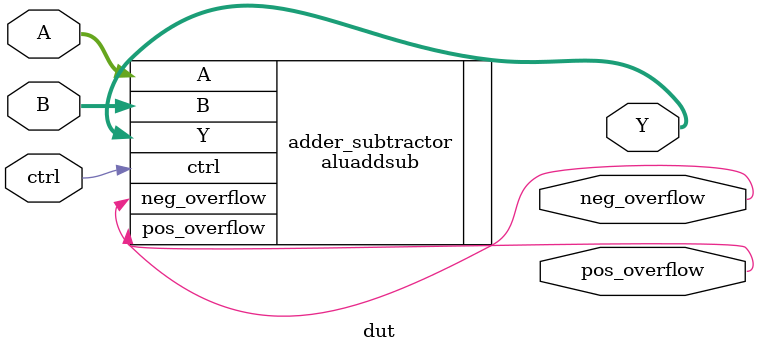
<source format=v>

`timescale 1ns/1ps

module dut (
  input  signed [31:0] A,
  input  signed [31:0] B,
  input  [0:0]         ctrl,      // 0 = SUB, 1 = ADD
  output signed [31:0] Y,
  output               pos_overflow,
  output               neg_overflow
);

  aluaddsub adder_subtractor (
    .A(A),
    .B(B),
    .ctrl(ctrl),
    .Y(Y),
    .pos_overflow(pos_overflow),
    .neg_overflow(neg_overflow)
  );

endmodule

</source>
